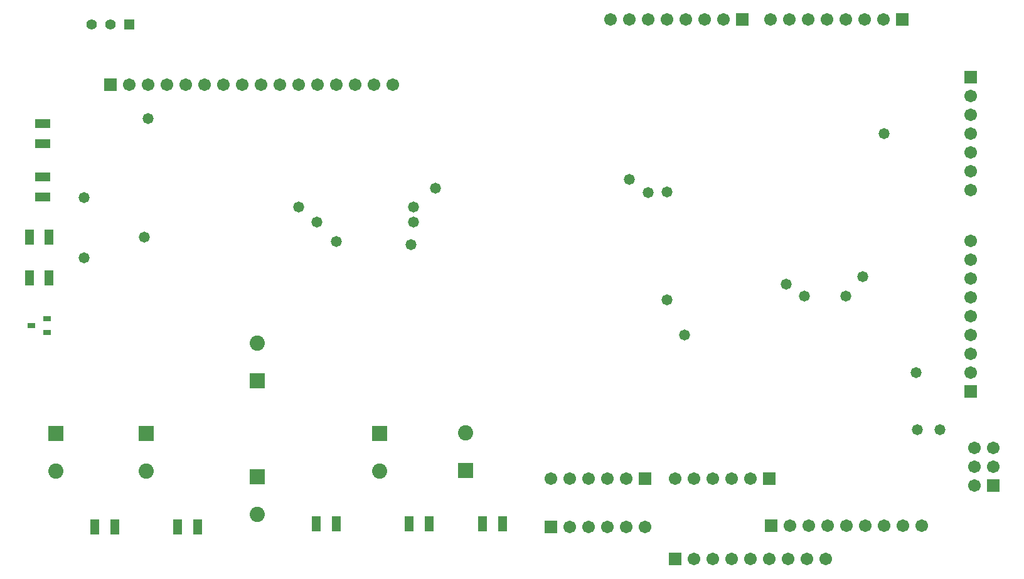
<source format=gts>
G04*
G04 #@! TF.GenerationSoftware,Altium Limited,Altium Designer,21.0.9 (235)*
G04*
G04 Layer_Color=8388736*
%FSLAX44Y44*%
%MOMM*%
G71*
G04*
G04 #@! TF.SameCoordinates,23A475E3-534D-4AA9-8CFC-B78DB4E5A132*
G04*
G04*
G04 #@! TF.FilePolarity,Negative*
G04*
G01*
G75*
%ADD17R,2.0032X1.3032*%
%ADD18R,1.3032X2.0032*%
%ADD19R,1.0532X0.8032*%
%ADD20C,1.7032*%
%ADD21R,1.7032X1.7032*%
%ADD22R,1.7032X1.7032*%
%ADD23C,2.0532*%
%ADD24R,2.0532X2.0532*%
%ADD25C,1.4032*%
%ADD26R,1.4032X1.4032*%
%ADD27C,1.4732*%
D17*
X125730Y678650D02*
D03*
Y705650D02*
D03*
X125730Y778040D02*
D03*
Y751040D02*
D03*
D18*
X134320Y624783D02*
D03*
X107320D02*
D03*
Y570173D02*
D03*
X134320D02*
D03*
X746290Y237490D02*
D03*
X719290D02*
D03*
X647230D02*
D03*
X620230D02*
D03*
X223050Y233680D02*
D03*
X196050D02*
D03*
X521500Y237490D02*
D03*
X494500D02*
D03*
X334340Y233680D02*
D03*
X307340D02*
D03*
D19*
X109900Y505460D02*
D03*
X131400Y514960D02*
D03*
Y495960D02*
D03*
D20*
X1004570Y190500D02*
D03*
X1182370D02*
D03*
X1156970D02*
D03*
X1131570D02*
D03*
X1106170D02*
D03*
X1080770D02*
D03*
X1055370D02*
D03*
X1029970D02*
D03*
X598170Y830580D02*
D03*
X572770D02*
D03*
X547370D02*
D03*
X521970D02*
D03*
X496570D02*
D03*
X471170D02*
D03*
X445770D02*
D03*
X420370D02*
D03*
X394970D02*
D03*
X369570D02*
D03*
X344170D02*
D03*
X318770D02*
D03*
X293370D02*
D03*
X267970D02*
D03*
X242570D02*
D03*
X979170Y298450D02*
D03*
X1004570D02*
D03*
X1029970D02*
D03*
X1055370D02*
D03*
X1080770D02*
D03*
X1134110Y234950D02*
D03*
X1311910D02*
D03*
X1286510D02*
D03*
X1261110D02*
D03*
X1235710D02*
D03*
X1210310D02*
D03*
X1184910D02*
D03*
X1159510D02*
D03*
X1377950Y441960D02*
D03*
Y619760D02*
D03*
Y594360D02*
D03*
Y568960D02*
D03*
Y543560D02*
D03*
Y518160D02*
D03*
Y492760D02*
D03*
Y467360D02*
D03*
X891540Y918210D02*
D03*
X916940D02*
D03*
X942340D02*
D03*
X967740D02*
D03*
X993140D02*
D03*
X1018540D02*
D03*
X1043940D02*
D03*
X1107440D02*
D03*
X1132840D02*
D03*
X1158240D02*
D03*
X1183640D02*
D03*
X1209040D02*
D03*
X1234440D02*
D03*
X1259840D02*
D03*
X1377950Y789940D02*
D03*
Y815340D02*
D03*
Y764540D02*
D03*
Y739140D02*
D03*
Y713740D02*
D03*
Y688340D02*
D03*
X1383030Y340360D02*
D03*
X1408430D02*
D03*
X1383030Y314960D02*
D03*
X1408430D02*
D03*
X1383030Y289560D02*
D03*
X938530Y233680D02*
D03*
X913130D02*
D03*
X887730D02*
D03*
X862330D02*
D03*
X836930D02*
D03*
X811530Y298450D02*
D03*
X836930D02*
D03*
X862330D02*
D03*
X887730D02*
D03*
X913130D02*
D03*
D21*
X979170Y190500D02*
D03*
X217170Y830580D02*
D03*
X1106170Y298450D02*
D03*
X1108710Y234950D02*
D03*
X1069340Y918210D02*
D03*
X1285240D02*
D03*
X811530Y233680D02*
D03*
X938530Y298450D02*
D03*
D22*
X1377950Y416560D02*
D03*
Y840740D02*
D03*
X1408430Y289560D02*
D03*
D23*
X143510Y308610D02*
D03*
X695960Y360680D02*
D03*
X265430Y308610D02*
D03*
X580390D02*
D03*
X415290Y481330D02*
D03*
Y250190D02*
D03*
D24*
X143510Y359410D02*
D03*
X695960Y309880D02*
D03*
X265430Y359410D02*
D03*
X580390D02*
D03*
X415290Y430530D02*
D03*
Y300990D02*
D03*
D25*
X191770Y911860D02*
D03*
X217170D02*
D03*
D26*
X242570D02*
D03*
D27*
X1129030Y561340D02*
D03*
X1261110Y764540D02*
D03*
X1336040Y364490D02*
D03*
X1305560D02*
D03*
X1304290Y441960D02*
D03*
X1231900Y571500D02*
D03*
X1153160Y544830D02*
D03*
X1209040D02*
D03*
X495300Y645160D02*
D03*
X916940Y702310D02*
D03*
X622300Y614680D02*
D03*
X967740Y685800D02*
D03*
X942340Y684530D02*
D03*
X967740Y539750D02*
D03*
X991870Y492760D02*
D03*
X626110Y665480D02*
D03*
X655320Y690880D02*
D03*
X626110Y645160D02*
D03*
X267970Y784860D02*
D03*
X262890Y624840D02*
D03*
X181610Y596900D02*
D03*
Y678180D02*
D03*
X471170Y665480D02*
D03*
X521970Y830580D02*
D03*
Y618490D02*
D03*
M02*

</source>
